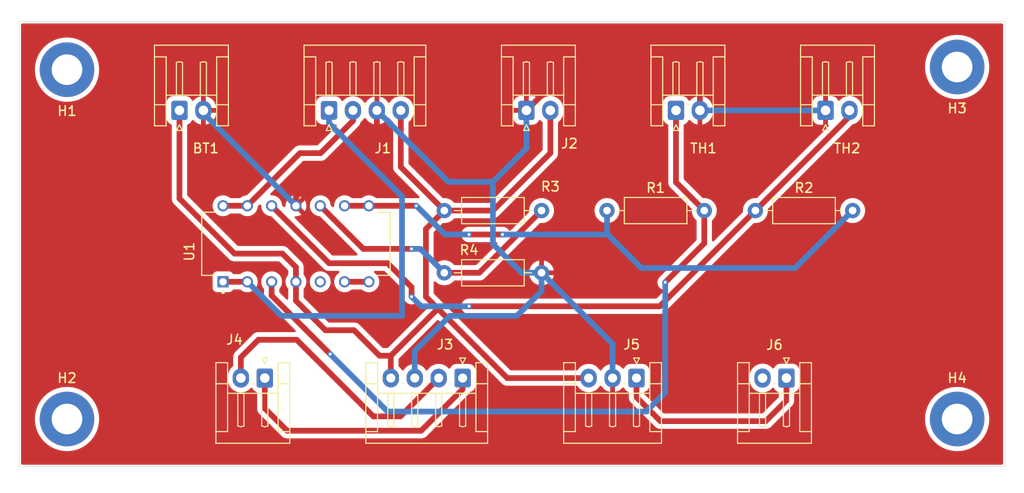
<source format=kicad_pcb>
(kicad_pcb (version 20240108) (generator "pcbnew") (generator_version "8.0")
  (layers (0 "F.Cu" signal) (31 "B.Cu" signal) (34 "B.Paste" user) (35 "F.Paste" user) (36 "B.SilkS" user "B.Silkscreen") (37 "F.SilkS" user "F.Silkscreen") (38 "B.Mask" user) (39 "F.Mask" user) (44 "Edge.Cuts" user))
  (net 0 "")
  (net 1 "GND")
  (net 2 "+12V")
  (net 3 "/OptaI3")
  (net 4 "/OptaI4")
  (net 5 "/Thermo1")
  (net 6 "+5V2")
  (net 7 "/Thermo2")
  (net 8 "+5V1")
  (net 10 "Net-(U1-2IN-)")
  (net 11 "/B")
  (net 12 "/A")
  (net 13 "/Extension")
  (footprint "Resistor_THT:R_Axial_DIN0207_L6.3mm_D2.5mm_P10.16mm_Horizontal" (layer "F.Cu") (at 157.42 80.5)
    (property "Reference" "R4" (at 2.58 -2.37 0) (layer "F.SilkS") (effects (font (thickness 0.16))))
    (property "Value" "15k")
    (fp_line (start 1.04 0) (end 1.81 0) (stroke (width 0.12)) (layer "F.SilkS"))
    (fp_line (start 1.81 -1.37) (end 1.81 1.37) (stroke (width 0.12)) (layer "F.SilkS"))
    (fp_line (start 1.81 1.37) (end 8.35 1.37) (stroke (width 0.12)) (layer "F.SilkS"))
    (fp_line (start 8.35 -1.37) (end 1.81 -1.37) (stroke (width 0.12)) (layer "F.SilkS"))
    (fp_line (start 8.35 1.37) (end 8.35 -1.37) (stroke (width 0.12)) (layer "F.SilkS"))
    (fp_line (start 9.12 0) (end 8.35 0) (stroke (width 0.12)) (layer "F.SilkS"))
    (pad "1" thru_hole circle (at 0 0) (size 1.6 1.6) (drill 0.8) (layers "*.Cu" "*.Mask") (net 8 "+5V1"))
    (pad "2" thru_hole oval (at 10.16 0) (size 1.6 1.6) (drill 0.8) (layers "*.Cu" "*.Mask") (net 1 "GND"))
  )
  (footprint "Connector_JST:JST_EH_S2B-EH_1x02_P2.50mm_Horizontal" (layer "F.Cu") (at 197.25 63.5325)
    (property "Reference" "TH2" (at 2.25 3.9675 0) (layer "F.SilkS") (effects (font (thickness 0.16))))
    (property "Value" "Thermistor")
    (fp_line (start -2.61 -6.81) (end 5.11 -6.81) (stroke (width 0.12)) (layer "F.SilkS"))
    (fp_line (start -2.61 -5.59) (end -1.39 -5.59) (stroke (width 0.12)) (layer "F.SilkS"))
    (fp_line (start -2.61 1.61) (end -2.61 -6.81) (stroke (width 0.12)) (layer "F.SilkS"))
    (fp_line (start -1.39 -5.59) (end -1.39 -0.59) (stroke (width 0.12)) (layer "F.SilkS"))
    (fp_line (start -1.39 -1.59) (end 3.89 -1.59) (stroke (width 0.12)) (layer "F.SilkS"))
    (fp_line (start -1.39 -0.59) (end -2.61 -0.59) (stroke (width 0.12)) (layer "F.SilkS"))
    (fp_line (start -1.39 -0.59) (end -1.39 1.61) (stroke (width 0.12)) (layer "F.SilkS"))
    (fp_line (start -1.39 1.61) (end -2.61 1.61) (stroke (width 0.12)) (layer "F.SilkS"))
    (fp_line (start -0.32 -5.01) (end 0 -5.09) (stroke (width 0.12)) (layer "F.SilkS"))
    (fp_line (start -0.32 -1.59) (end -0.32 -5.01) (stroke (width 0.12)) (layer "F.SilkS"))
    (fp_line (start -0.3 2.1) (end 0.3 2.1) (stroke (width 0.12)) (layer "F.SilkS"))
    (fp_line (start 0 -5.09) (end 0.32 -5.01) (stroke (width 0.12)) (layer "F.SilkS"))
    (fp_line (start 0 -1.59) (end -0.32 -1.59) (stroke (width 0.12)) (layer "F.SilkS"))
    (fp_line (start 0 1.5) (end -0.3 2.1) (stroke (width 0.12)) (layer "F.SilkS"))
    (fp_line (start 0.3 2.1) (end 0 1.5) (stroke (width 0.12)) (layer "F.SilkS"))
    (fp_line (start 0.32 -5.01) (end 0.32 -1.59) (stroke (width 0.12)) (layer "F.SilkS"))
    (fp_line (start 0.32 -1.59) (end 0 -1.59) (stroke (width 0.12)) (layer "F.SilkS"))
    (fp_line (start 1.17 -0.59) (end 1.33 -0.59) (stroke (width 0.12)) (layer "F.SilkS"))
    (fp_line (start 2.18 -5.01) (end 2.5 -5.09) (stroke (width 0.12)) (layer "F.SilkS"))
    (fp_line (start 2.18 -1.59) (end 2.18 -5.01) (stroke (width 0.12)) (layer "F.SilkS"))
    (fp_line (start 2.5 -5.09) (end 2.82 -5.01) (stroke (width 0.12)) (layer "F.SilkS"))
    (fp_line (start 2.5 -1.59) (end 2.18 -1.59) (stroke (width 0.12)) (layer "F.SilkS"))
    (fp_line (start 2.82 -5.01) (end 2.82 -1.59) (stroke (width 0.12)) (layer "F.SilkS"))
    (fp_line (start 2.82 -1.59) (end 2.5 -1.59) (stroke (width 0.12)) (layer "F.SilkS"))
    (fp_line (start 3.89 -5.59) (end 3.89 -0.59) (stroke (width 0.12)) (layer "F.SilkS"))
    (fp_line (start 3.89 -0.59) (end 5.11 -0.59) (stroke (width 0.12)) (layer "F.SilkS"))
    (fp_line (start 3.89 1.61) (end 3.89 -0.59) (stroke (width 0.12)) (layer "F.SilkS"))
    (fp_line (start 5.11 -6.81) (end 5.11 1.61) (stroke (width 0.12)) (layer "F.SilkS"))
    (fp_line (start 5.11 -5.59) (end 3.89 -5.59) (stroke (width 0.12)) (layer "F.SilkS"))
    (fp_line (start 5.11 1.61) (end 3.89 1.61) (stroke (width 0.12)) (layer "F.SilkS"))
    (pad "1" thru_hole roundrect (at 0 0) (size 1.7 2) (drill 1) (layers "*.Cu" "*.Mask") (roundrect_rratio 0.147059) (net 1 "GND"))
    (pad "2" thru_hole oval (at 2.5 0) (size 1.7 2) (drill 1) (layers "*.Cu" "*.Mask") (net 7 "/Thermo2"))
  )
  (footprint "Resistor_THT:R_Axial_DIN0207_L6.3mm_D2.5mm_P10.16mm_Horizontal" (layer "F.Cu") (at 157.42 74)
    (property "Reference" "R3" (at 11.08 -2.5 0) (layer "F.SilkS") (effects (font (thickness 0.16))))
    (property "Value" "21k")
    (fp_line (start 1.04 0) (end 1.81 0) (stroke (width 0.12)) (layer "F.SilkS"))
    (fp_line (start 1.81 -1.37) (end 1.81 1.37) (stroke (width 0.12)) (layer "F.SilkS"))
    (fp_line (start 1.81 1.37) (end 8.35 1.37) (stroke (width 0.12)) (layer "F.SilkS"))
    (fp_line (start 8.35 -1.37) (end 1.81 -1.37) (stroke (width 0.12)) (layer "F.SilkS"))
    (fp_line (start 8.35 1.37) (end 8.35 -1.37) (stroke (width 0.12)) (layer "F.SilkS"))
    (fp_line (start 9.12 0) (end 8.35 0) (stroke (width 0.12)) (layer "F.SilkS"))
    (pad "1" thru_hole circle (at 0 0) (size 1.6 1.6) (drill 0.8) (layers "*.Cu" "*.Mask") (net 2 "+12V"))
    (pad "2" thru_hole oval (at 10.16 0) (size 1.6 1.6) (drill 0.8) (layers "*.Cu" "*.Mask") (net 8 "+5V1"))
  )
  (footprint "Connector_JST:JST_EH_S2B-EH_1x02_P2.50mm_Horizontal" (layer "F.Cu") (at 129.75 63.5325)
    (property "Reference" "BT1" (at 2.75 3.9675 0) (layer "F.SilkS") (effects (font (thickness 0.16))))
    (property "Value" "PowerSupply12V")
    (fp_line (start -2.61 -6.81) (end 5.11 -6.81) (stroke (width 0.12)) (layer "F.SilkS"))
    (fp_line (start -2.61 -5.59) (end -1.39 -5.59) (stroke (width 0.12)) (layer "F.SilkS"))
    (fp_line (start -2.61 1.61) (end -2.61 -6.81) (stroke (width 0.12)) (layer "F.SilkS"))
    (fp_line (start -1.39 -5.59) (end -1.39 -0.59) (stroke (width 0.12)) (layer "F.SilkS"))
    (fp_line (start -1.39 -1.59) (end 3.89 -1.59) (stroke (width 0.12)) (layer "F.SilkS"))
    (fp_line (start -1.39 -0.59) (end -2.61 -0.59) (stroke (width 0.12)) (layer "F.SilkS"))
    (fp_line (start -1.39 -0.59) (end -1.39 1.61) (stroke (width 0.12)) (layer "F.SilkS"))
    (fp_line (start -1.39 1.61) (end -2.61 1.61) (stroke (width 0.12)) (layer "F.SilkS"))
    (fp_line (start -0.32 -5.01) (end 0 -5.09) (stroke (width 0.12)) (layer "F.SilkS"))
    (fp_line (start -0.32 -1.59) (end -0.32 -5.01) (stroke (width 0.12)) (layer "F.SilkS"))
    (fp_line (start -0.3 2.1) (end 0.3 2.1) (stroke (width 0.12)) (layer "F.SilkS"))
    (fp_line (start 0 -5.09) (end 0.32 -5.01) (stroke (width 0.12)) (layer "F.SilkS"))
    (fp_line (start 0 -1.59) (end -0.32 -1.59) (stroke (width 0.12)) (layer "F.SilkS"))
    (fp_line (start 0 1.5) (end -0.3 2.1) (stroke (width 0.12)) (layer "F.SilkS"))
    (fp_line (start 0.3 2.1) (end 0 1.5) (stroke (width 0.12)) (layer "F.SilkS"))
    (fp_line (start 0.32 -5.01) (end 0.32 -1.59) (stroke (width 0.12)) (layer "F.SilkS"))
    (fp_line (start 0.32 -1.59) (end 0 -1.59) (stroke (width 0.12)) (layer "F.SilkS"))
    (fp_line (start 1.17 -0.59) (end 1.33 -0.59) (stroke (width 0.12)) (layer "F.SilkS"))
    (fp_line (start 2.18 -5.01) (end 2.5 -5.09) (stroke (width 0.12)) (layer "F.SilkS"))
    (fp_line (start 2.18 -1.59) (end 2.18 -5.01) (stroke (width 0.12)) (layer "F.SilkS"))
    (fp_line (start 2.5 -5.09) (end 2.82 -5.01) (stroke (width 0.12)) (layer "F.SilkS"))
    (fp_line (start 2.5 -1.59) (end 2.18 -1.59) (stroke (width 0.12)) (layer "F.SilkS"))
    (fp_line (start 2.82 -5.01) (end 2.82 -1.59) (stroke (width 0.12)) (layer "F.SilkS"))
    (fp_line (start 2.82 -1.59) (end 2.5 -1.59) (stroke (width 0.12)) (layer "F.SilkS"))
    (fp_line (start 3.89 -5.59) (end 3.89 -0.59) (stroke (width 0.12)) (layer "F.SilkS"))
    (fp_line (start 3.89 -0.59) (end 5.11 -0.59) (stroke (width 0.12)) (layer "F.SilkS"))
    (fp_line (start 3.89 1.61) (end 3.89 -0.59) (stroke (width 0.12)) (layer "F.SilkS"))
    (fp_line (start 5.11 -6.81) (end 5.11 1.61) (stroke (width 0.12)) (layer "F.SilkS"))
    (fp_line (start 5.11 -5.59) (end 3.89 -5.59) (stroke (width 0.12)) (layer "F.SilkS"))
    (fp_line (start 5.11 1.61) (end 3.89 1.61) (stroke (width 0.12)) (layer "F.SilkS"))
    (pad "1" thru_hole roundrect (at 0 0) (size 1.7 2) (drill 1) (layers "*.Cu" "*.Mask") (roundrect_rratio 0.147059) (net 2 "+12V"))
    (pad "2" thru_hole oval (at 2.5 0) (size 1.7 2) (drill 1) (layers "*.Cu" "*.Mask") (net 1 "GND"))
  )
  (footprint "Resistor_THT:R_Axial_DIN0207_L6.3mm_D2.5mm_P10.16mm_Horizontal" (layer "F.Cu") (at 174.42 74)
    (property "Reference" "R1" (at 5.08 -2.37 0) (layer "F.SilkS") (effects (font (thickness 0.16))))
    (property "Value" "3k")
    (fp_line (start 1.04 0) (end 1.81 0) (stroke (width 0.12)) (layer "F.SilkS"))
    (fp_line (start 1.81 -1.37) (end 1.81 1.37) (stroke (width 0.12)) (layer "F.SilkS"))
    (fp_line (start 1.81 1.37) (end 8.35 1.37) (stroke (width 0.12)) (layer "F.SilkS"))
    (fp_line (start 8.35 -1.37) (end 1.81 -1.37) (stroke (width 0.12)) (layer "F.SilkS"))
    (fp_line (start 8.35 1.37) (end 8.35 -1.37) (stroke (width 0.12)) (layer "F.SilkS"))
    (fp_line (start 9.12 0) (end 8.35 0) (stroke (width 0.12)) (layer "F.SilkS"))
    (pad "1" thru_hole circle (at 0 0) (size 1.6 1.6) (drill 0.8) (layers "*.Cu" "*.Mask") (net 6 "+5V2"))
    (pad "2" thru_hole oval (at 10.16 0) (size 1.6 1.6) (drill 0.8) (layers "*.Cu" "*.Mask") (net 5 "/Thermo1"))
  )
  (footprint "Connector_JST:JST_EH_S4B-EH_1x04_P2.50mm_Horizontal" (layer "F.Cu") (at 145.375 63.5325)
    (property "Reference" "J1" (at 5.625 3.9675 0) (layer "F.SilkS") (effects (font (thickness 0.16))))
    (property "Value" "ArduinoOpta")
    (fp_line (start -2.61 -6.81) (end 10.11 -6.81) (stroke (width 0.12)) (layer "F.SilkS"))
    (fp_line (start -2.61 -5.59) (end -1.39 -5.59) (stroke (width 0.12)) (layer "F.SilkS"))
    (fp_line (start -2.61 1.61) (end -2.61 -6.81) (stroke (width 0.12)) (layer "F.SilkS"))
    (fp_line (start -1.39 -5.59) (end -1.39 -0.59) (stroke (width 0.12)) (layer "F.SilkS"))
    (fp_line (start -1.39 -1.59) (end 8.89 -1.59) (stroke (width 0.12)) (layer "F.SilkS"))
    (fp_line (start -1.39 -0.59) (end -2.61 -0.59) (stroke (width 0.12)) (layer "F.SilkS"))
    (fp_line (start -1.39 -0.59) (end -1.39 1.61) (stroke (width 0.12)) (layer "F.SilkS"))
    (fp_line (start -1.39 1.61) (end -2.61 1.61) (stroke (width 0.12)) (layer "F.SilkS"))
    (fp_line (start -0.32 -5.01) (end 0 -5.09) (stroke (width 0.12)) (layer "F.SilkS"))
    (fp_line (start -0.32 -1.59) (end -0.32 -5.01) (stroke (width 0.12)) (layer "F.SilkS"))
    (fp_line (start -0.3 2.1) (end 0.3 2.1) (stroke (width 0.12)) (layer "F.SilkS"))
    (fp_line (start 0 -5.09) (end 0.32 -5.01) (stroke (width 0.12)) (layer "F.SilkS"))
    (fp_line (start 0 -1.59) (end -0.32 -1.59) (stroke (width 0.12)) (layer "F.SilkS"))
    (fp_line (start 0 1.5) (end -0.3 2.1) (stroke (width 0.12)) (layer "F.SilkS"))
    (fp_line (start 0.3 2.1) (end 0 1.5) (stroke (width 0.12)) (layer "F.SilkS"))
    (fp_line (start 0.32 -5.01) (end 0.32 -1.59) (stroke (width 0.12)) (layer "F.SilkS"))
    (fp_line (start 0.32 -1.59) (end 0 -1.59) (stroke (width 0.12)) (layer "F.SilkS"))
    (fp_line (start 1.17 -0.59) (end 1.33 -0.59) (stroke (width 0.12)) (layer "F.SilkS"))
    (fp_line (start 2.18 -5.01) (end 2.5 -5.09) (stroke (width 0.12)) (layer "F.SilkS"))
    (fp_line (start 2.18 -1.59) (end 2.18 -5.01) (stroke (width 0.12)) (layer "F.SilkS"))
    (fp_line (start 2.5 -5.09) (end 2.82 -5.01) (stroke (width 0.12)) (layer "F.SilkS"))
    (fp_line (start 2.5 -1.59) (end 2.18 -1.59) (stroke (width 0.12)) (layer "F.SilkS"))
    (fp_line (start 2.82 -5.01) (end 2.82 -1.59) (stroke (width 0.12)) (layer "F.SilkS"))
    (fp_line (start 2.82 -1.59) (end 2.5 -1.59) (stroke (width 0.12)) (layer "F.SilkS"))
    (fp_line (start 3.67 -0.59) (end 3.83 -0.59) (stroke (width 0.12)) (layer "F.SilkS"))
    (fp_line (start 4.68 -5.01) (end 5 -5.09) (stroke (width 0.12)) (layer "F.SilkS"))
    (fp_line (start 4.68 -1.59) (end 4.68 -5.01) (stroke (width 0.12)) (layer "F.SilkS"))
    (fp_line (start 5 -5.09) (end 5.32 -5.01) (stroke (width 0.12)) (layer "F.SilkS"))
    (fp_line (start 5 -1.59) (end 4.68 -1.59) (stroke (width 0.12)) (layer "F.SilkS"))
    (fp_line (start 5.32 -5.01) (end 5.32 -1.59) (stroke (width 0.12)) (layer "F.SilkS"))
    (fp_line (start 5.32 -1.59) (end 5 -1.59) (stroke (width 0.12)) (layer "F.SilkS"))
    (fp_line (start 6.17 -0.59) (end 6.33 -0.59) (stroke (width 0.12)) (layer "F.SilkS"))
    (fp_line (start 7.18 -5.01) (end 7.5 -5.09) (stroke (width 0.12)) (layer "F.SilkS"))
    (fp_line (start 7.18 -1.59) (end 7.18 -5.01) (stroke (width 0.12)) (layer "F.SilkS"))
    (fp_line (start 7.5 -5.09) (end 7.82 -5.01) (stroke (width 0.12)) (layer "F.SilkS"))
    (fp_line (start 7.5 -1.59) (end 7.18 -1.59) (stroke (width 0.12)) (layer "F.SilkS"))
    (fp_line (start 7.82 -5.01) (end 7.82 -1.59) (stroke (width 0.12)) (layer "F.SilkS"))
    (fp_line (start 7.82 -1.59) (end 7.5 -1.59) (stroke (width 0.12)) (layer "F.SilkS"))
    (fp_line (start 8.89 -5.59) (end 8.89 -0.59) (stroke (width 0.12)) (layer "F.SilkS"))
    (fp_line (start 8.89 -0.59) (end 10.11 -0.59) (stroke (width 0.12)) (layer "F.SilkS"))
    (fp_line (start 8.89 1.61) (end 8.89 -0.59) (stroke (width 0.12)) (layer "F.SilkS"))
    (fp_line (start 10.11 -6.81) (end 10.11 1.61) (stroke (width 0.12)) (layer "F.SilkS"))
    (fp_line (start 10.11 -5.59) (end 8.89 -5.59) (stroke (width 0.12)) (layer "F.SilkS"))
    (fp_line (start 10.11 1.61) (end 8.89 1.61) (stroke (width 0.12)) (layer "F.SilkS"))
    (pad "1" thru_hole roundrect (at 0 0) (size 1.7 1.95) (drill 0.95) (layers "*.Cu" "*.Mask") (roundrect_rratio 0.147059) (net 4 "/OptaI4"))
    (pad "2" thru_hole oval (at 2.5 0) (size 1.7 1.95) (drill 0.95) (layers "*.Cu" "*.Mask") (net 3 "/OptaI3"))
    (pad "3" thru_hole oval (at 5 0) (size 1.7 1.95) (drill 0.95) (layers "*.Cu" "*.Mask") (net 1 "GND"))
    (pad "4" thru_hole oval (at 7.5 0) (size 1.7 1.95) (drill 0.95) (layers "*.Cu" "*.Mask") (net 2 "+12V"))
  )
  (footprint "Connector_JST:JST_EH_S2B-EH_1x02_P2.50mm_Horizontal" (layer "F.Cu") (at 138.666668 91.5 180)
    (property "Reference" "J4" (at 3.166668 4 0) (layer "F.SilkS") (effects (font (thickness 0.16))))
    (property "Value" "Lien Opta-capteur")
    (fp_line (start 5.11 1.61) (end 3.89 1.61) (stroke (width 0.12)) (layer "F.SilkS"))
    (fp_line (start 5.11 -5.59) (end 3.89 -5.59) (stroke (width 0.12)) (layer "F.SilkS"))
    (fp_line (start 5.11 -6.81) (end 5.11 1.61) (stroke (width 0.12)) (layer "F.SilkS"))
    (fp_line (start 3.89 1.61) (end 3.89 -0.59) (stroke (width 0.12)) (layer "F.SilkS"))
    (fp_line (start 3.89 -0.59) (end 5.11 -0.59) (stroke (width 0.12)) (layer "F.SilkS"))
    (fp_line (start 3.89 -5.59) (end 3.89 -0.59) (stroke (width 0.12)) (layer "F.SilkS"))
    (fp_line (start 2.82 -1.59) (end 2.5 -1.59) (stroke (width 0.12)) (layer "F.SilkS"))
    (fp_line (start 2.82 -5.01) (end 2.82 -1.59) (stroke (width 0.12)) (layer "F.SilkS"))
    (fp_line (start 2.5 -1.59) (end 2.18 -1.59) (stroke (width 0.12)) (layer "F.SilkS"))
    (fp_line (start 2.5 -5.09) (end 2.82 -5.01) (stroke (width 0.12)) (layer "F.SilkS"))
    (fp_line (start 2.18 -1.59) (end 2.18 -5.01) (stroke (width 0.12)) (layer "F.SilkS"))
    (fp_line (start 2.18 -5.01) (end 2.5 -5.09) (stroke (width 0.12)) (layer "F.SilkS"))
    (fp_line (start 1.17 -0.59) (end 1.33 -0.59) (stroke (width 0.12)) (layer "F.SilkS"))
    (fp_line (start 0.32 -1.59) (end 0 -1.59) (stroke (width 0.12)) (layer "F.SilkS"))
    (fp_line (start 0.32 -5.01) (end 0.32 -1.59) (stroke (width 0.12)) (layer "F.SilkS"))
    (fp_line (start 0.3 2.1) (end 0 1.5) (stroke (width 0.12)) (layer "F.SilkS"))
    (fp_line (start 0 1.5) (end -0.3 2.1) (stroke (width 0.12)) (layer "F.SilkS"))
    (fp_line (start 0 -1.59) (end -0.32 -1.59) (stroke (width 0.12)) (layer "F.SilkS"))
    (fp_line (start 0 -5.09) (end 0.32 -5.01) (stroke (width 0.12)) (layer "F.SilkS"))
    (fp_line (start -0.3 2.1) (end 0.3 2.1) (stroke (width 0.12)) (layer "F.SilkS"))
    (fp_line (start -0.32 -1.59) (end -0.32 -5.01) (stroke (width 0.12)) (layer "F.SilkS"))
    (fp_line (start -0.32 -5.01) (end 0 -5.09) (stroke (width 0.12)) (layer "F.SilkS"))
    (fp_line (start -1.39 1.61) (end -2.61 1.61) (stroke (width 0.12)) (layer "F.SilkS"))
    (fp_line (start -1.39 -0.59) (end -1.39 1.61) (stroke (width 0.12)) (layer "F.SilkS"))
    (fp_line (start -1.39 -0.59) (end -2.61 -0.59) (stroke (width 0.12)) (layer "F.SilkS"))
    (fp_line (start -1.39 -1.59) (end 3.89 -1.59) (stroke (width 0.12)) (layer "F.SilkS"))
    (fp_line (start -1.39 -5.59) (end -1.39 -0.59) (stroke (width 0.12)) (layer "F.SilkS"))
    (fp_line (start -2.61 1.61) (end -2.61 -6.81) (stroke (width 0.12)) (layer "F.SilkS"))
    (fp_line (start -2.61 -5.59) (end -1.39 -5.59) (stroke (width 0.12)) (layer "F.SilkS"))
    (fp_line (start -2.61 -6.81) (end 5.11 -6.81) (stroke (width 0.12)) (layer "F.SilkS"))
    (pad "1" thru_hole roundrect (at 0 0 180) (size 1.7 2) (drill 1) (layers "*.Cu" "*.Mask") (roundrect_rratio 0.147059) (net 11 "/B"))
    (pad "2" thru_hole oval (at 2.5 0 180) (size 1.7 2) (drill 1) (layers "*.Cu" "*.Mask") (net 12 "/A"))
  )
  (footprint "AmpliOp:DIP794W45P254L1969H508Q14" (layer "F.Cu") (at 141.92 77.47 90)
    (property "Reference" "U1" (at -0.825 -11.135 90) (layer "F.SilkS") (effects (font (thickness 0.16))))
    (property "Value" "LM324N")
    (fp_line (start 3.3 -9.845) (end 3.3 -8.525) (stroke (width 0.127)) (layer "F.SilkS"))
    (fp_line (start -3.3 -9.845) (end 3.3 -9.845) (stroke (width 0.127)) (layer "F.SilkS"))
    (fp_line (start -3.3 -8.525) (end -3.3 -9.845) (stroke (width 0.127)) (layer "F.SilkS"))
    (fp_line (start 3.3 8.525) (end 3.3 9.845) (stroke (width 0.127)) (layer "F.SilkS"))
    (fp_line (start 3.3 9.845) (end -3.3 9.845) (stroke (width 0.127)) (layer "F.SilkS"))
    (fp_line (start -3.3 9.845) (end -3.3 8.525) (stroke (width 0.127)) (layer "F.SilkS"))
    (fp_circle (center -5.055 -7.62) (end -4.955 -7.62) (stroke (width 0.2)) (fill none) (layer "F.SilkS"))
    (pad "1" thru_hole rect (at -3.97 -7.62 90) (size 1.17 1.17) (drill 0.77) (layers "*.Cu" "*.Mask") (net 4 "/OptaI4"))
    (pad "2" thru_hole circle (at -3.97 -5.08 90) (size 1.17 1.17) (drill 0.77) (layers "*.Cu" "*.Mask") (net 4 "/OptaI4"))
    (pad "3" thru_hole circle (at -3.97 -2.54 90) (size 1.17 1.17) (drill 0.77) (layers "*.Cu" "*.Mask") (net 5 "/Thermo1"))
    (pad "4" thru_hole circle (at -3.97 0 90) (size 1.17 1.17) (drill 0.77) (layers "*.Cu" "*.Mask") (net 2 "+12V"))
    (pad "5" thru_hole circle (at -3.97 2.54 90) (size 1.17 1.17) (drill 0.77) (layers "*.Cu" "*.Mask"))
    (pad "6" thru_hole circle (at -3.97 5.08 90) (size 1.17 1.17) (drill 0.77) (layers "*.Cu" "*.Mask") (net 10 "Net-(U1-2IN-)"))
    (pad "7" thru_hole circle (at -3.97 7.62 90) (size 1.17 1.17) (drill 0.77) (layers "*.Cu" "*.Mask") (net 10 "Net-(U1-2IN-)"))
    (pad "8" thru_hole circle (at 3.97 7.62 90) (size 1.17 1.17) (drill 0.77) (layers "*.Cu" "*.Mask") (net 6 "+5V2"))
    (pad "9" thru_hole circle (at 3.97 5.08 90) (size 1.17 1.17) (drill 0.77) (layers "*.Cu" "*.Mask") (net 6 "+5V2"))
    (pad "10" thru_hole circle (at 3.97 2.54 90) (size 1.17 1.17) (drill 0.77) (layers "*.Cu" "*.Mask") (net 8 "+5V1"))
    (pad "11" thru_hole circle (at 3.97 0 90) (size 1.17 1.17) (drill 0.77) (layers "*.Cu" "*.Mask") (net 1 "GND"))
    (pad "12" thru_hole circle (at 3.97 -2.54 90) (size 1.17 1.17) (drill 0.77) (layers "*.Cu" "*.Mask") (net 7 "/Thermo2"))
    (pad "13" thru_hole circle (at 3.97 -5.08 90) (size 1.17 1.17) (drill 0.77) (layers "*.Cu" "*.Mask") (net 3 "/OptaI3"))
    (pad "14" thru_hole circle (at 3.97 -7.62 90) (size 1.17 1.17) (drill 0.77) (layers "*.Cu" "*.Mask") (net 3 "/OptaI3"))
  )
  (footprint "Connector_JST:JST_EH_S4B-EH_1x04_P2.50mm_Horizontal" (layer "F.Cu") (at 159.333334 91.5 180)
    (property "Reference" "J3" (at 1.833334 3.5 0) (layer "F.SilkS") (effects (font (thickness 0.16))))
    (property "Value" "Capteur Humid.+Temp.")
    (fp_line (start 10.11 1.61) (end 8.89 1.61) (stroke (width 0.12)) (layer "F.SilkS"))
    (fp_line (start 10.11 -5.59) (end 8.89 -5.59) (stroke (width 0.12)) (layer "F.SilkS"))
    (fp_line (start 10.11 -6.81) (end 10.11 1.61) (stroke (width 0.12)) (layer "F.SilkS"))
    (fp_line (start 8.89 1.61) (end 8.89 -0.59) (stroke (width 0.12)) (layer "F.SilkS"))
    (fp_line (start 8.89 -0.59) (end 10.11 -0.59) (stroke (width 0.12)) (layer "F.SilkS"))
    (fp_line (start 8.89 -5.59) (end 8.89 -0.59) (stroke (width 0.12)) (layer "F.SilkS"))
    (fp_line (start 7.82 -1.59) (end 7.5 -1.59) (stroke (width 0.12)) (layer "F.SilkS"))
    (fp_line (start 7.82 -5.01) (end 7.82 -1.59) (stroke (width 0.12)) (layer "F.SilkS"))
    (fp_line (start 7.5 -1.59) (end 7.18 -1.59) (stroke (width 0.12)) (layer "F.SilkS"))
    (fp_line (start 7.5 -5.09) (end 7.82 -5.01) (stroke (width 0.12)) (layer "F.SilkS"))
    (fp_line (start 7.18 -1.59) (end 7.18 -5.01) (stroke (width 0.12)) (layer "F.SilkS"))
    (fp_line (start 7.18 -5.01) (end 7.5 -5.09) (stroke (width 0.12)) (layer "F.SilkS"))
    (fp_line (start 6.17 -0.59) (end 6.33 -0.59) (stroke (width 0.12)) (layer "F.SilkS"))
    (fp_line (start 5.32 -1.59) (end 5 -1.59) (stroke (width 0.12)) (layer "F.SilkS"))
    (fp_line (start 5.32 -5.01) (end 5.32 -1.59) (stroke (width 0.12)) (layer "F.SilkS"))
    (fp_line (start 5 -1.59) (end 4.68 -1.59) (stroke (width 0.12)) (layer "F.SilkS"))
    (fp_line (start 5 -5.09) (end 5.32 -5.01) (stroke (width 0.12)) (layer "F.SilkS"))
    (fp_line (start 4.68 -1.59) (end 4.68 -5.01) (stroke (width 0.12)) (layer "F.SilkS"))
    (fp_line (start 4.68 -5.01) (end 5 -5.09) (stroke (width 0.12)) (layer "F.SilkS"))
    (fp_line (start 3.67 -0.59) (end 3.83 -0.59) (stroke (width 0.12)) (layer "F.SilkS"))
    (fp_line (start 2.82 -1.59) (end 2.5 -1.59) (stroke (width 0.12)) (layer "F.SilkS"))
    (fp_line (start 2.82 -5.01) (end 2.82 -1.59) (stroke (width 0.12)) (layer "F.SilkS"))
    (fp_line (start 2.5 -1.59) (end 2.18 -1.59) (stroke (width 0.12)) (layer "F.SilkS"))
    (fp_line (start 2.5 -5.09) (end 2.82 -5.01) (stroke (width 0.12)) (layer "F.SilkS"))
    (fp_line (start 2.18 -1.59) (end 2.18 -5.01) (stroke (width 0.12)) (layer "F.SilkS"))
    (fp_line (start 2.18 -5.01) (end 2.5 -5.09) (stroke (width 0.12)) (layer "F.SilkS"))
    (fp_line (start 1.17 -0.59) (end 1.33 -0.59) (stroke (width 0.12)) (layer "F.SilkS"))
    (fp_line (start 0.32 -1.59) (end 0 -1.59) (stroke (width 0.12)) (layer "F.SilkS"))
    (fp_line (start 0.32 -5.01) (end 0.32 -1.59) (stroke (width 0.12)) (layer "F.SilkS"))
    (fp_line (start 0.3 2.1) (end 0 1.5) (stroke (width 0.12)) (layer "F.SilkS"))
    (fp_line (start 0 1.5) (end -0.3 2.1) (stroke (width 0.12)) (layer "F.SilkS"))
    (fp_line (start 0 -1.59) (end -0.32 -1.59) (stroke (width 0.12)) (layer "F.SilkS"))
    (fp_line (start 0 -5.09) (end 0.32 -5.01) (stroke (width 0.12)) (layer "F.SilkS"))
    (fp_line (start -0.3 2.1) (end 0.3 2.1) (stroke (width 0.12)) (layer "F.SilkS"))
    (fp_line (start -0.32 -1.59) (end -0.32 -5.01) (stroke (width 0.12)) (layer "F.SilkS"))
    (fp_line (start -0.32 -5.01) (end 0 -5.09) (stroke (width 0.12)) (layer "F.SilkS"))
    (fp_line (start -1.39 1.61) (end -2.61 1.61) (stroke (width 0.12)) (layer "F.SilkS"))
    (fp_line (start -1.39 -0.59) (end -1.39 1.61) (stroke (width 0.12)) (layer "F.SilkS"))
    (fp_line (start -1.39 -0.59) (end -2.61 -0.59) (stroke (width 0.12)) (layer "F.SilkS"))
    (fp_line (start -1.39 -1.59) (end 8.89 -1.59) (stroke (width 0.12)) (layer "F.SilkS"))
    (fp_line (start -1.39 -5.59) (end -1.39 -0.59) (stroke (width 0.12)) (layer "F.SilkS"))
    (fp_line (start -2.61 1.61) (end -2.61 -6.81) (stroke (width 0.12)) (layer "F.SilkS"))
    (fp_line (start -2.61 -5.59) (end -1.39 -5.59) (stroke (width 0.12)) (layer "F.SilkS"))
    (fp_line (start -2.61 -6.81) (end 10.11 -6.81) (stroke (width 0.12)) (layer "F.SilkS"))
    (pad "1" thru_hole roundrect (at 0 0 180) (size 1.7 1.95) (drill 0.95) (layers "*.Cu" "*.Mask") (roundrect_rratio 0.147059) (net 11 "/B"))
    (pad "2" thru_hole oval (at 2.5 0 180) (size 1.7 1.95) (drill 0.95) (layers "*.Cu" "*.Mask") (net 12 "/A"))
    (pad "3" thru_hole oval (at 5 0 180) (size 1.7 1.95) (drill 0.95) (layers "*.Cu" "*.Mask") (net 1 "GND"))
    (pad "4" thru_hole oval (at 7.5 0 180) (size 1.7 1.95) (drill 0.95) (layers "*.Cu" "*.Mask") (net 2 "+12V"))
  )
  (footprint "MountingHole:MountingHole" (layer "F.Cu") (at 211 100.0965)
    (property "Reference" "H4" (at 0 -8.5965 0) (layer "F.SilkS") (effects (font (thickness 0.16))))
    (property "Value" "MountingHole")
    (pad "" thru_hole circle (at 0 -4.318) (size 5.7 5.7) (drill 3.2) (layers "*.Cu" "*.Mask"))
  )
  (footprint "Connector_JST:JST_EH_S2B-EH_1x02_P2.50mm_Horizontal" (layer "F.Cu") (at 193.166668 91.5 180)
    (property "Reference" "J6" (at 1.25 3.4675 0) (layer "F.SilkS") (effects (font (thickness 0.16))))
    (property "Value" "Lien Extension-debitmetre")
    (fp_line (start 5.11 1.61) (end 3.89 1.61) (stroke (width 0.12)) (layer "F.SilkS"))
    (fp_line (start 5.11 -5.59) (end 3.89 -5.59) (stroke (width 0.12)) (layer "F.SilkS"))
    (fp_line (start 5.11 -6.81) (end 5.11 1.61) (stroke (width 0.12)) (layer "F.SilkS"))
    (fp_line (start 3.89 1.61) (end 3.89 -0.59) (stroke (width 0.12)) (layer "F.SilkS"))
    (fp_line (start 3.89 -0.59) (end 5.11 -0.59) (stroke (width 0.12)) (layer "F.SilkS"))
    (fp_line (start 3.89 -5.59) (end 3.89 -0.59) (stroke (width 0.12)) (layer "F.SilkS"))
    (fp_line (start 2.82 -1.59) (end 2.5 -1.59) (stroke (width 0.12)) (layer "F.SilkS"))
    (fp_line (start 2.82 -5.01) (end 2.82 -1.59) (stroke (width 0.12)) (layer "F.SilkS"))
    (fp_line (start 2.5 -1.59) (end 2.18 -1.59) (stroke (width 0.12)) (layer "F.SilkS"))
    (fp_line (start 2.5 -5.09) (end 2.82 -5.01) (stroke (width 0.12)) (layer "F.SilkS"))
    (fp_line (start 2.18 -1.59) (end 2.18 -5.01) (stroke (width 0.12)) (layer "F.SilkS"))
    (fp_line (start 2.18 -5.01) (end 2.5 -5.09) (stroke (width 0.12)) (layer "F.SilkS"))
    (fp_line (start 1.17 -0.59) (end 1.33 -0.59) (stroke (width 0.12)) (layer "F.SilkS"))
    (fp_line (start 0.32 -1.59) (end 0 -1.59) (stroke (width 0.12)) (layer "F.SilkS"))
    (fp_line (start 0.32 -5.01) (end 0.32 -1.59) (stroke (width 0.12)) (layer "F.SilkS"))
    (fp_line (start 0.3 2.1) (end 0 1.5) (stroke (width 0.12)) (layer "F.SilkS"))
    (fp_line (start 0 1.5) (end -0.3 2.1) (stroke (width 0.12)) (layer "F.SilkS"))
    (fp_line (start 0 -1.59) (end -0.32 -1.59) (stroke (width 0.12)) (layer "F.SilkS"))
    (fp_line (start 0 -5.09) (end 0.32 -5.01) (stroke (width 0.12)) (layer "F.SilkS"))
    (fp_line (start -0.3 2.1) (end 0.3 2.1) (stroke (width 0.12)) (layer "F.SilkS"))
    (fp_line (start -0.32 -1.59) (end -0.32 -5.01) (stroke (width 0.12)) (layer "F.SilkS"))
    (fp_line (start -0.32 -5.01) (end 0 -5.09) (stroke (width 0.12)) (layer "F.SilkS"))
    (fp_line (start -1.39 1.61) (end -2.61 1.61) (stroke (width 0.12)) (layer "F.SilkS"))
    (fp_line (start -1.39 -0.59) (end -1.39 1.61) (stroke (width 0.12)) (layer "F.SilkS"))
    (fp_line (start -1.39 -0.59) (end -2.61 -0.59) (stroke (width 0.12)) (layer "F.SilkS"))
    (fp_line (start -1.39 -1.59) (end 3.89 -1.59) (stroke (width 0.12)) (layer "F.SilkS"))
    (fp_line (start -1.39 -5.59) (end -1.39 -0.59) (stroke (width 0.12)) (layer "F.SilkS"))
    (fp_line (start -2.61 1.61) (end -2.61 -6.81) (stroke (width 0.12)) (layer "F.SilkS"))
    (fp_line (start -2.61 -5.59) (end -1.39 -5.59) (stroke (width 0.12)) (layer "F.SilkS"))
    (fp_line (start -2.61 -6.81) (end 5.11 -6.81) (stroke (width 0.12)) (layer "F.SilkS"))
    (pad "1" thru_hole roundrect (at 0 0 180) (size 1.7 2) (drill 1) (layers "*.Cu" "*.Mask") (roundrect_rratio 0.147059) (net 13 "/Extension"))
    (pad "2" thru_hole oval (at 2.5 0 180) (size 1.7 2) (drill 1) (layers "*.Cu" "*.Mask"))
  )
  (footprint "Resistor_THT:R_Axial_DIN0207_L6.3mm_D2.5mm_P10.16mm_Horizontal" (layer "F.Cu") (at 189.92 74)
    (property "Reference" "R2" (at 5.08 -2.37 0) (layer "F.SilkS") (effects (font (thickness 0.16))))
    (property "Value" "3k")
    (fp_line (start 1.04 0) (end 1.81 0) (stroke (width 0.12)) (layer "F.SilkS"))
    (fp_line (start 1.81 -1.37) (end 1.81 1.37) (stroke (width 0.12)) (layer "F.SilkS"))
    (fp_line (start 1.81 1.37) (end 8.35 1.37) (stroke (width 0.12)) (layer "F.SilkS"))
    (fp_line (start 8.35 -1.37) (end 1.81 -1.37) (stroke (width 0.12)) (layer "F.SilkS"))
    (fp_line (start 8.35 1.37) (end 8.35 -1.37) (stroke (width 0.12)) (layer "F.SilkS"))
    (fp_line (start 9.12 0) (end 8.35 0) (stroke (width 0.12)) (layer "F.SilkS"))
    (pad "1" thru_hole circle (at 0 0) (size 1.6 1.6) (drill 0.8) (layers "*.Cu" "*.Mask") (net 7 "/Thermo2"))
    (pad "2" thru_hole oval (at 10.16 0) (size 1.6 1.6) (drill 0.8) (layers "*.Cu" "*.Mask") (net 6 "+5V2"))
  )
  (footprint "MountingHole:MountingHole" (layer "F.Cu") (at 118 100.0965)
    (property "Reference" "H2" (at 0 -8.5965 0) (layer "F.SilkS") (effects (font (thickness 0.16))))
    (property "Value" "MountingHole")
    (pad "" thru_hole circle (at 0 -4.318) (size 5.7 5.7) (drill 3.2) (layers "*.Cu" "*.Mask"))
  )
  (footprint "Connector_JST:JST_EH_S3B-EH_1x03_P2.50mm_Horizontal" (layer "F.Cu") (at 177.5 91.5 180)
    (property "Reference" "J5" (at 0.5 3.5 0) (layer "F.SilkS") (effects (font (thickness 0.16))))
    (property "Value" "Debitmetre")
    (fp_line (start 7.61 1.61) (end 6.39 1.61) (stroke (width 0.12)) (layer "F.SilkS"))
    (fp_line (start 7.61 -5.59) (end 6.39 -5.59) (stroke (width 0.12)) (layer "F.SilkS"))
    (fp_line (start 7.61 -6.81) (end 7.61 1.61) (stroke (width 0.12)) (layer "F.SilkS"))
    (fp_line (start 6.39 1.61) (end 6.39 -0.59) (stroke (width 0.12)) (layer "F.SilkS"))
    (fp_line (start 6.39 -0.59) (end 7.61 -0.59) (stroke (width 0.12)) (layer "F.SilkS"))
    (fp_line (start 6.39 -5.59) (end 6.39 -0.59) (stroke (width 0.12)) (layer "F.SilkS"))
    (fp_line (start 5.32 -1.59) (end 5 -1.59) (stroke (width 0.12)) (layer "F.SilkS"))
    (fp_line (start 5.32 -5.01) (end 5.32 -1.59) (stroke (width 0.12)) (layer "F.SilkS"))
    (fp_line (start 5 -1.59) (end 4.68 -1.59) (stroke (width 0.12)) (layer "F.SilkS"))
    (fp_line (start 5 -5.09) (end 5.32 -5.01) (stroke (width 0.12)) (layer "F.SilkS"))
    (fp_line (start 4.68 -1.59) (end 4.68 -5.01) (stroke (width 0.12)) (layer "F.SilkS"))
    (fp_line (start 4.68 -5.01) (end 5 -5.09) (stroke (width 0.12)) (layer "F.SilkS"))
    (fp_line (start 3.67 -0.59) (end 3.83 -0.59) (stroke (width 0.12)) (layer "F.SilkS"))
    (fp_line (start 2.82 -1.59) (end 2.5 -1.59) (stroke (width 0.12)) (layer "F.SilkS"))
    (fp_line (start 2.82 -5.01) (end 2.82 -1.59) (stroke (width 0.12)) (layer "F.SilkS"))
    (fp_line (start 2.5 -1.59) (end 2.18 -1.59) (stroke (width 0.12)) (layer "F.SilkS"))
    (fp_line (start 2.5 -5.09) (end 2.82 -5.01) (stroke (width 0.12)) (layer "F.SilkS"))
    (fp_line (start 2.18 -1.59) (end 2.18 -5.01) (stroke (width 0.12)) (layer "F.SilkS"))
    (fp_line (start 2.18 -5.01) (end 2.5 -5.09) (stroke (width 0.12)) (layer "F.SilkS"))
    (fp_line (start 1.17 -0.59) (end 1.33 -0.59) (stroke (width 0.12)) (layer "F.SilkS"))
    (fp_line (start 0.32 -1.59) (end 0 -1.59) (stroke (width 0.12)) (layer "F.SilkS"))
    (fp_line (start 0.32 -5.01) (end 0.32 -1.59) (stroke (width 0.12)) (layer "F.SilkS"))
    (fp_line (start 0.3 2.1) (end 0 1.5) (stroke (width 0.12)) (layer "F.SilkS"))
    (fp_line (start 0 1.5) (end -0.3 2.1) (stroke (width 0.12)) (layer "F.SilkS"))
    (fp_line (start 0 -1.59) (end -0.32 -1.59) (stroke (width 0.12)) (layer "F.SilkS"))
    (fp_line (start 0 -5.09) (end 0.32 -5.01) (stroke (width 0.12)) (layer "F.SilkS"))
    (fp_line (start -0.3 2.1) (end 0.3 2.1) (stroke (width 0.12)) (layer "F.SilkS"))
    (fp_line (start -0.32 -1.59) (end -0.32 -5.01) (stroke (width 0.12)) (layer "F.SilkS"))
    (fp_line (start -0.32 -5.01) (end 0 -5.09) (stroke (width 0.12)) (layer "F.SilkS"))
    (fp_line (start -1.39 1.61) (end -2.61 1.61) (stroke (width 0.12)) (layer "F.SilkS"))
    (fp_line (start -1.39 -0.59) (end -1.39 1.61) (stroke (width 0.12)) (layer "F.SilkS"))
    (fp_line (start -1.39 -0.59) (end -2.61 -0.59) (stroke (width 0.12)) (layer "F.SilkS"))
    (fp_line (start -1.39 -1.59) (end 6.39 -1.59) (stroke (width 0.12)) (layer "F.SilkS"))
    (fp_line (start -1.39 -5.59) (end -1.39 -0.59) (stroke (width 0.12)) (layer "F.SilkS"))
    (fp_line (start -2.61 1.61) (end -2.61 -6.81) (stroke (width 0.12)) (layer "F.SilkS"))
    (fp_line (start -2.61 -5.59) (end -1.39 -5.59) (stroke (width 0.12)) (layer "F.SilkS"))
    (fp_line (start -2.61 -6.81) (end 7.61 -6.81) (stroke (width 0.12)) (layer "F.SilkS"))
    (pad "1" thru_hole roundrect (at 0 0 180) (size 1.7 1.95) (drill 0.95) (layers "*.Cu" "*.Mask") (roundrect_rratio 0.147059) (net 13 "/Extension"))
    (pad "2" thru_hole oval (at 2.5 0 180) (size 1.7 1.95) (drill 0.95) (layers "*.Cu" "*.Mask") (net 1 "GND"))
    (pad "3" thru_hole oval (at 5 0 180) (size 1.7 1.95) (drill 0.95) (layers "*.Cu" "*.Mask") (net 2 "+12V"))
  )
  (footprint "MountingHole:MountingHole" (layer "F.Cu") (at 211 63.318)
    (property "Reference" "H3" (at 0 0 0) (layer "F.SilkS") (effects (font (thickness 0.16))))
    (property "Value" "MountingHole")
    (pad "" thru_hole circle (at 0 -4.318) (size 5.7 5.7) (drill 3.2) (layers "*.Cu" "*.Mask"))
  )
  (footprint "Connector_JST:JST_EH_S2B-EH_1x02_P2.50mm_Horizontal" (layer "F.Cu") (at 181.625 63.5325)
    (property "Reference" "TH1" (at 2.875 3.9675 0) (layer "F.SilkS") (effects (font (thickness 0.16))))
    (property "Value" "Thermistor")
    (fp_line (start -2.61 -6.81) (end 5.11 -6.81) (stroke (width 0.12)) (layer "F.SilkS"))
    (fp_line (start -2.61 -5.59) (end -1.39 -5.59) (stroke (width 0.12)) (layer "F.SilkS"))
    (fp_line (start -2.61 1.61) (end -2.61 -6.81) (stroke (width 0.12)) (layer "F.SilkS"))
    (fp_line (start -1.39 -5.59) (end -1.39 -0.59) (stroke (width 0.12)) (layer "F.SilkS"))
    (fp_line (start -1.39 -1.59) (end 3.89 -1.59) (stroke (width 0.12)) (layer "F.SilkS"))
    (fp_line (start -1.39 -0.59) (end -2.61 -0.59) (stroke (width 0.12)) (layer "F.SilkS"))
    (fp_line (start -1.39 -0.59) (end -1.39 1.61) (stroke (width 0.12)) (layer "F.SilkS"))
    (fp_line (start -1.39 1.61) (end -2.61 1.61) (stroke (width 0.12)) (layer "F.SilkS"))
    (fp_line (start -0.32 -5.01) (end 0 -5.09) (stroke (width 0.12)) (layer "F.SilkS"))
    (fp_line (start -0.32 -1.59) (end -0.32 -5.01) (stroke (width 0.12)) (layer "F.SilkS"))
    (fp_line (start -0.3 2.1) (end 0.3 2.1) (stroke (width 0.12)) (layer "F.SilkS"))
    (fp_line (start 0 -5.09) (end 0.32 -5.01) (stroke (width 0.12)) (layer "F.SilkS"))
    (fp_line (start 0 -1.59) (end -0.32 -1.59) (stroke (width 0.12)) (layer "F.SilkS"))
    (fp_line (start 0 1.5) (end -0.3 2.1) (stroke (width 0.12)) (layer "F.SilkS"))
    (fp_line (start 0.3 2.1) (end 0 1.5) (stroke (width 0.12)) (layer "F.SilkS"))
    (fp_line (start 0.32 -5.01) (end 0.32 -1.59) (stroke (width 0.12)) (layer "F.SilkS"))
    (fp_line (start 0.32 -1.59) (end 0 -1.59) (stroke (width 0.12)) (layer "F.SilkS"))
    (fp_line (start 1.17 -0.59) (end 1.33 -0.59) (stroke (width 0.12)) (layer "F.SilkS"))
    (fp_line (start 2.18 -5.01) (end 2.5 -5.09) (stroke (width 0.12)) (layer "F.SilkS"))
    (fp_line (start 2.18 -1.59) (end 2.18 -5.01) (stroke (width 0.12)) (layer "F.SilkS"))
    (fp_line (start 2.5 -5.09) (end 2.82 -5.01) (stroke (width 0.12)) (layer "F.SilkS"))
    (fp_line (start 2.5 -1.59) (end 2.18 -1.59) (stroke (width 0.12)) (layer "F.SilkS"))
    (fp_line (start 2.82 -5.01) (end 2.82 -1.59) (stroke (width 0.12)) (layer "F.SilkS"))
    (fp_line (start 2.82 -1.59) (end 2.5 -1.59) (stroke (width 0.12)) (layer "F.SilkS"))
    (fp_line (start 3.89 -5.59) (end 3.89 -0.59) (stroke (width 0.12)) (layer "F.SilkS"))
    (fp_line (start 3.89 -0.59) (end 5.11 -0.59) (stroke (width 0.12)) (layer "F.SilkS"))
    (fp_line (start 3.89 1.61) (end 3.89 -0.59) (stroke (width 0.12)) (layer "F.SilkS"))
    (fp_line (start 5.11 -6.81) (end 5.11 1.61) (stroke (width 0.12)) (layer "F.SilkS"))
    (fp_line (start 5.11 -5.59) (end 3.89 -5.59) (stroke (width 0.12)) (layer "F.SilkS"))
    (fp_line (start 5.11 1.61) (end 3.89 1.61) (stroke (width 0.12)) (layer "F.SilkS"))
    (pad "1" thru_hole roundrect (at 0 0) (size 1.7 2) (drill 1) (layers "*.Cu" "*.Mask") (roundrect_rratio 0.147059) (net 5 "/Thermo1"))
    (pad "2" thru_hole oval (at 2.5 0) (size 1.7 2) (drill 1) (layers "*.Cu" "*.Mask") (net 1 "GND"))
  )
  (footprint "MountingHole:MountingHole" (layer "F.Cu") (at 118 63.5965)
    (property "Reference" "H1" (at 0 0 0) (layer "F.SilkS") (effects (font (thickness 0.16))))
    (property "Value" "MountingHole")
    (pad "" thru_hole circle (at 0 -4.318) (size 5.7 5.7) (drill 3.2) (layers "*.Cu" "*.Mask"))
  )
  (footprint "Connector_JST:JST_EH_S2B-EH_1x02_P2.50mm_Horizontal" (layer "F.Cu") (at 166 63.5325)
    (property "Reference" "J2" (at 4.5 3.4675 0) (layer "F.SilkS") (effects (font (thickness 0.16))))
    (property "Value" "ExtensionOpta")
    (fp_line (start -2.61 -6.81) (end 5.11 -6.81) (stroke (width 0.12)) (layer "F.SilkS"))
    (fp_line (start -2.61 -5.59) (end -1.39 -5.59) (stroke (width 0.12)) (layer "F.SilkS"))
    (fp_line (start -2.61 1.61) (end -2.61 -6.81) (stroke (width 0.12)) (layer "F.SilkS"))
    (fp_line (start -1.39 -5.59) (end -1.39 -0.59) (stroke (width 0.12)) (layer "F.SilkS"))
    (fp_line (start -1.39 -1.59) (end 3.89 -1.59) (stroke (width 0.12)) (layer "F.SilkS"))
    (fp_line (start -1.39 -0.59) (end -2.61 -0.59) (stroke (width 0.12)) (layer "F.SilkS"))
    (fp_line (start -1.39 -0.59) (end -1.39 1.61) (stroke (width 0.12)) (layer "F.SilkS"))
    (fp_line (start -1.39 1.61) (end -2.61 1.61) (stroke (width 0.12)) (layer "F.SilkS"))
    (fp_line (start -0.32 -5.01) (end 0 -5.09) (stroke (width 0.12)) (layer "F.SilkS"))
    (fp_line (start -0.32 -1.59) (end -0.32 -5.01) (stroke (width 0.12)) (layer "F.SilkS"))
    (fp_line (start -0.3 2.1) (end 0.3 2.1) (stroke (width 0.12)) (layer "F.SilkS"))
    (fp_line (start 0 -5.09) (end 0.32 -5.01) (stroke (width 0.12)) (layer "F.SilkS"))
    (fp_line (start 0 -1.59) (end -0.32 -1.59) (stroke (width 0.12)) (layer "F.SilkS"))
    (fp_line (start 0 1.5) (end -0.3 2.1) (stroke (width 0.12)) (layer "F.SilkS"))
    (fp_line (start 0.3 2.1) (end 0 1.5) (stroke (width 0.12)) (layer "F.SilkS"))
    (fp_line (start 0.32 -5.01) (end 0.32 -1.59) (stroke (width 0.12)) (layer "F.SilkS"))
    (fp_line (start 0.32 -1.59) (end 0 -1.59) (stroke (width 0.12)) (layer "F.SilkS"))
    (fp_line (start 1.17 -0.59) (end 1.33 -0.59) (stroke (width 0.12)) (layer "F.SilkS"))
    (fp_line (start 2.18 -5.01) (end 2.5 -5.09) (stroke (width 0.12)) (layer "F.SilkS"))
    (fp_line (start 2.18 -1.59) (end 2.18 -5.01) (stroke (width 0.12)) (layer "F.SilkS"))
    (fp_line (start 2.5 -5.09) (end 2.82 -5.01) (stroke (width 0.12)) (layer "F.SilkS"))
    (fp_line (start 2.5 -1.59) (end 2.18 -1.59) (stroke (width 0.12)) (layer "F.SilkS"))
    (fp_line (start 2.82 -5.01) (end 2.82 -1.59) (stroke (width 0.12)) (layer "F.SilkS"))
    (fp_line (start 2.82 -1.59) (end 2.5 -1.59) (stroke (width 0.12)) (layer "F.SilkS"))
    (fp_line (start 3.89 -5.59) (end 3.89 -0.59) (stroke (width 0.12)) (layer "F.SilkS"))
    (fp_line (start 3.89 -0.59) (end 5.11 -0.59) (stroke (width 0.12)) (layer "F.SilkS"))
    (fp_line (start 3.89 1.61) (end 3.89 -0.59) (stroke (width 0.12)) (layer "F.SilkS"))
    (fp_line (start 5.11 -6.81) (end 5.11 1.61) (stroke (width 0.12)) (layer "F.SilkS"))
    (fp_line (start 5.11 -5.59) (end 3.89 -5.59) (stroke (width 0.12)) (layer "F.SilkS"))
    (fp_line (start 5.11 1.61) (end 3.89 1.61) (stroke (width 0.12)) (layer "F.SilkS"))
    (pad "1" thru_hole roundrect (at 0 0) (size 1.7 2) (drill 1) (layers "*.Cu" "*.Mask") (roundrect_rratio 0.147059) (net 1 "GND"))
    (pad "2" thru_hole oval (at 2.5 0) (size 1.7 2) (drill 1) (layers "*.Cu" "*.Mask") (net 2 "+12V"))
  )
  (gr_rect (start 113 54.25) (end 216 100.75) (stroke (width 0.05)) (fill none) (layer "Edge.Cuts"))
  (segment (start 150.375 63.5325) (end 150.375 65.125) (width 0.6) (layer "F.Cu") (net 1))
  (segment (start 184.125 60.125) (end 184.125 63.5325) (width 0.6) (layer "F.Cu") (net 1))
  (segment (start 150.375 65.125) (end 144.5 71) (width 0.6) (layer "F.Cu") (net 1))
  (segment (start 170.5325 59) (end 183 59) (width 0.6) (layer "F.Cu") (net 1))
  (segment (start 141.92 72.58) (end 141.92 73.5) (width 0.6) (layer "F.Cu") (net 1))
  (segment (start 183 59) (end 184.125 60.125) (width 0.6) (layer "F.Cu") (net 1))
  (segment (start 143.5 71) (end 141.92 72.58) (width 0.6) (layer "F.Cu") (net 1))
  (segment (start 166 63.5325) (end 170.5325 59) (width 0.6) (layer "F.Cu") (net 1))
  (segment (start 144.5 71) (end 143.5 71) (width 0.6) (layer "F.Cu") (net 1))
  (segment (start 132.25 63.5325) (end 132.25 63.83) (width 0.6) (layer "F.Cu") (net 1))
  (segment (start 167.58 80.5) (end 175 87.92) (width 0.6) (layer "B.Cu") (net 1))
  (segment (start 165.5 80.5) (end 167.58 80.5) (width 0.6) (layer "B.Cu") (net 1))
  (segment (start 132.25 63.5325) (end 132.25 63.83) (width 0.6) (layer "B.Cu") (net 1))
  (segment (start 162.5 71) (end 162.5 77.5) (width 0.6) (layer "B.Cu") (net 1))
  (segment (start 162.5 77.5) (end 165.5 80.5) (width 0.6) (layer "B.Cu") (net 1))
  (segment (start 197.25 63.5325) (end 184.125 63.5325) (width 0.6) (layer "B.Cu") (net 1))
  (segment (start 132.25 63.83) (end 141.92 73.5) (width 0.6) (layer "B.Cu") (net 1))
  (segment (start 154.333334 88.666666) (end 158 85) (width 0.6) (layer "B.Cu") (net 1))
  (segment (start 150.375 63.5325) (end 157.8425 71) (width 0.6) (layer "B.Cu") (net 1))
  (segment (start 158 85) (end 165 85) (width 0.6) (layer "B.Cu") (net 1))
  (segment (start 167.58 82.42) (end 167.58 80.5) (width 0.6) (layer "B.Cu") (net 1))
  (segment (start 165 85) (end 167.58 82.42) (width 0.6) (layer "B.Cu") (net 1))
  (segment (start 166 63.5325) (end 166 67.5) (width 0.6) (layer "B.Cu") (net 1))
  (segment (start 154.333334 91.5) (end 154.333334 88.666666) (width 0.6) (layer "B.Cu") (net 1))
  (segment (start 166 67.5) (end 162.5 71) (width 0.6) (layer "B.Cu") (net 1))
  (segment (start 175 87.92) (end 175 91.5) (width 0.6) (layer "B.Cu") (net 1))
  (segment (start 157.8425 71) (end 162.5 71) (width 0.6) (layer "B.Cu") (net 1))
  (segment (start 151.833334 89.166666) (end 156.75 84.25) (width 0.6) (layer "F.Cu") (net 2))
  (segment (start 151.833334 91.5) (end 151.833334 89.166666) (width 0.6) (layer "F.Cu") (net 2))
  (segment (start 151.833334 89.166666) (end 150.652244 89.166666) (width 0.6) (layer "F.Cu") (net 2))
  (segment (start 168.5 63.5325) (end 168.5 68) (width 0.6) (layer "F.Cu") (net 2))
  (segment (start 150.652244 89.166666) (end 147.985578 86.5) (width 0.6) (layer "F.Cu") (net 2))
  (segment (start 145 86.5) (end 141.92 83.42) (width 0.6) (layer "F.Cu") (net 2))
  (segment (start 155.5 83) (end 155.5 75.92) (width 0.6) (layer "F.Cu") (net 2))
  (segment (start 141.92 79.92) (end 141.92 81.44) (width 0.6) (layer "F.Cu") (net 2))
  (segment (start 152.875 69.455) (end 157.42 74) (width 0.6) (layer "F.Cu") (net 2))
  (segment (start 162.5 74) (end 157.42 74) (width 0.6) (layer "F.Cu") (net 2))
  (segment (start 152.875 63.5325) (end 152.875 69.455) (width 0.6) (layer "F.Cu") (net 2))
  (segment (start 129.75 63.5325) (end 129.75 72.75) (width 0.6) (layer "F.Cu") (net 2))
  (segment (start 140.5 78.5) (end 141.92 79.92) (width 0.6) (layer "F.Cu") (net 2))
  (segment (start 156.75 84.25) (end 155.5 83) (width 0.6) (layer "F.Cu") (net 2))
  (segment (start 155.5 75.92) (end 157.42 74) (width 0.6) (layer "F.Cu") (net 2))
  (segment (start 141.92 83.42) (end 141.92 81.44) (width 0.6) (layer "F.Cu") (net 2))
  (segment (start 168.5 68) (end 162.5 74) (width 0.6) (layer "F.Cu") (net 2))
  (segment (start 172.5 91.5) (end 164 91.5) (width 0.6) (layer "F.Cu") (net 2))
  (segment (start 129.75 72.75) (end 135.5 78.5) (width 0.6) (layer "F.Cu") (net 2))
  (segment (start 135.5 78.5) (end 140.5 78.5) (width 0.6) (layer "F.Cu") (net 2))
  (segment (start 164 91.5) (end 156.75 84.25) (width 0.6) (layer "F.Cu") (net 2))
  (segment (start 147.985578 86.5) (end 145 86.5) (width 0.6) (layer "F.Cu") (net 2))
  (segment (start 147.875 63.5325) (end 147.875 64.625) (width 0.6) (layer "F.Cu") (net 3))
  (segment (start 144.5 68) (end 142.34 68) (width 0.6) (layer "F.Cu") (net 3))
  (segment (start 147.875 64.625) (end 144.5 68) (width 0.6) (layer "F.Cu") (net 3))
  (segment (start 142.34 68) (end 136.84 73.5) (width 0.6) (layer "F.Cu") (net 3))
  (segment (start 134.3 73.5) (end 136.84 73.5) (width 0.6) (layer "F.Cu") (net 3))
  (segment (start 134.3 81.44) (end 136.84 81.44) (width 0.6) (layer "F.Cu") (net 4))
  (segment (start 145.375 64.875) (end 153 72.5) (width 0.6) (layer "B.Cu") (net 4))
  (segment (start 145.375 63.5325) (end 145.375 64.875) (width 0.6) (layer "B.Cu") (net 4))
  (segment (start 153 72.5) (end 153 85) (width 0.6) (layer "B.Cu") (net 4))
  (segment (start 140.4 85) (end 136.84 81.44) (width 0.6) (layer "B.Cu") (net 4))
  (segment (start 153 85) (end 140.4 85) (width 0.6) (layer "B.Cu") (net 4))
  (segment (start 139.38 82.88) (end 145.5 89) (width 0.6) (layer "F.Cu") (net 5))
  (segment (start 184.58 77.42) (end 184.58 74) (width 0.6) (layer "F.Cu") (net 5))
  (segment (start 139.38 81.44) (end 139.38 82.88) (width 0.6) (layer "F.Cu") (net 5))
  (segment (start 180.5 81.5) (end 184.58 77.42) (width 0.6) (layer "F.Cu") (net 5))
  (segment (start 181.625 63.5325) (end 181.625 71.045) (width 0.6) (layer "F.Cu") (net 5))
  (segment (start 181.625 71.045) (end 184.58 74) (width 0.6) (layer "F.Cu") (net 5))
  (via (at 145.5 89) (size 0.6) (drill 0.3) (layers "F.Cu" "B.Cu") (net 5))
  (via (at 180.5 81.5) (size 0.6) (drill 0.3) (layers "F.Cu" "B.Cu") (net 5))
  (segment (start 178.5 95) (end 180.5 93) (width 0.6) (layer "B.Cu") (net 5))
  (segment (start 176.5 95) (end 178.5 95) (width 0.6) (layer "B.Cu") (net 5))
  (segment (start 180.5 93) (end 180.5 81.5) (width 0.6) (layer "B.Cu") (net 5))
  (segment (start 145.5 89) (end 151.5 95) (width 0.6) (layer "B.Cu") (net 5))
  (segment (start 151.5 95) (end 176.5 95) (width 0.6) (layer "B.Cu") (net 5))
  (segment (start 147 73.5) (end 149.54 73.5) (width 0.6) (layer "F.Cu") (net 6))
  (segment (start 149.54 73.5) (end 154.5 73.5) (width 0.6) (layer "F.Cu") (net 6))
  (segment (start 160 76.5) (end 163.5 76.5) (width 0.6) (layer "F.Cu") (net 6))
  (via (at 163.5 76.5) (size 0.6) (drill 0.3) (layers "F.Cu" "B.Cu") (net 6))
  (via (at 154.5 73.5) (size 0.6) (drill 0.3) (layers "F.Cu" "B.Cu") (net 6))
  (via (at 160 76.5) (size 0.6) (drill 0.3) (layers "F.Cu" "B.Cu") (net 6))
  (segment (start 174.34 76.5) (end 174.42 76.42) (width 0.6) (layer "B.Cu") (net 6))
  (segment (start 163.5 76.5) (end 174.34 76.5) (width 0.6) (layer "B.Cu") (net 6))
  (segment (start 178 80) (end 194.08 80) (width 0.6) (layer "B.Cu") (net 6))
  (segment (start 157.5 76.5) (end 160 76.5) (width 0.6) (layer "B.Cu") (net 6))
  (segment (start 154.5 73.5) (end 157.5 76.5) (width 0.6) (layer "B.Cu") (net 6))
  (segment (start 174.42 76.42) (end 178 80) (width 0.6) (layer "B.Cu") (net 6))
  (segment (start 174.42 74) (end 174.42 76.42) (width 0.6) (layer "B.Cu") (net 6))
  (segment (start 194.08 80) (end 200.08 74) (width 0.6) (layer "B.Cu") (net 6))
  (segment (start 145.38 79.5) (end 151.5 79.5) (width 0.6) (layer "F.Cu") (net 7))
  (segment (start 199.75 64.17) (end 189.92 74) (width 0.6) (layer "F.Cu") (net 7))
  (segment (start 154 82) (end 154 83) (width 0.6) (layer "F.Cu") (net 7))
  (segment (start 160 84) (end 179.92 84) (width 0.6) (layer "F.Cu") (net 7))
  (segment (start 151.5 79.5) (end 154 82) (width 0.6) (layer "F.Cu") (net 7))
  (segment (start 199.75 63.5325) (end 199.75 64.17) (width 0.6) (layer "F.Cu") (net 7))
  (segment (start 179.92 84) (end 189.92 74) (width 0.6) (layer "F.Cu") (net 7))
  (segment (start 139.38 73.5) (end 145.38 79.5) (width 0.6) (layer "F.Cu") (net 7))
  (via (at 154 83) (size 0.6) (drill 0.3) (layers "F.Cu" "B.Cu") (net 7))
  (via (at 160 84) (size 0.6) (drill 0.3) (layers "F.Cu" "B.Cu") (net 7))
  (segment (start 154 83) (end 155 84) (width 0.6) (layer "B.Cu") (net 7))
  (segment (start 155 84) (end 160 84) (width 0.6) (layer "B.Cu") (net 7))
  (segment (start 167.58 74) (end 161.08 80.5) (width 0.6) (layer "F.Cu") (net 8))
  (segment (start 144.46 73.5) (end 148.96 78) (width 0.6) (layer "F.Cu") (net 8))
  (segment (start 149 78) (end 154 78) (width 0.6) (layer "F.Cu") (net 8))
  (segment (start 161.08 80.5) (end 157.42 80.5) (width 0.6) (layer "F.Cu") (net 8))
  (segment (start 148.96 78) (end 149 78) (width 0.6) (layer "F.Cu") (net 8))
  (via (at 154 78) (size 0.6) (drill 0.3) (layers "F.Cu" "B.Cu") (net 8))
  (segment (start 154 78) (end 154.92 78) (width 0.6) (layer "B.Cu") (net 8))
  (segment (start 154.92 78) (end 157.42 80.5) (width 0.6) (layer "B.Cu") (net 8))
  (segment (start 147 81.44) (end 149.54 81.44) (width 0.6) (layer "F.Cu") (net 10))
  (segment (start 159.333334 92.666666) (end 155 97) (width 0.6) (layer "F.Cu") (net 11))
  (segment (start 138.666668 94.666668) (end 138.666668 91.5) (width 0.6) (layer "F.Cu") (net 11))
  (segment (start 159.333334 91.5) (end 159.333334 92.666666) (width 0.6) (layer "F.Cu") (net 11))
  (segment (start 141 97) (end 138.666668 94.666668) (width 0.6) (layer "F.Cu") (net 11))
  (segment (start 155 97) (end 141 97) (width 0.6) (layer "F.Cu") (net 11))
  (segment (start 136.166668 91.5) (end 136.166668 89.333332) (width 0.6) (layer "F.Cu") (net 12))
  (segment (start 150 95.5) (end 152.833334 95.5) (width 0.6) (layer "F.Cu") (net 12))
  (segment (start 152.833334 95.5) (end 156.833334 91.5) (width 0.6) (layer "F.Cu") (net 12))
  (segment (start 138 87.5) (end 142 87.5) (width 0.6) (layer "F.Cu") (net 12))
  (segment (start 136.166668 89.333332) (end 138 87.5) (width 0.6) (layer "F.Cu") (net 12))
  (segment (start 142 87.5) (end 150 95.5) (width 0.6) (layer "F.Cu") (net 12))
  (segment (start 191 96) (end 180 96) (width 0.6) (layer "F.Cu") (net 13))
  (segment (start 177.5 93.5) (end 177.5 91.5) (width 0.6) (layer "F.Cu") (net 13))
  (segment (start 193.166668 93.833332) (end 191 96) (width 0.6) (layer "F.Cu") (net 13))
  (segment (start 180 96) (end 177.5 93.5) (width 0.6) (layer "F.Cu") (net 13))
  (segment (start 193.166668 91.5) (end 193.166668 93.833332) (width 0.6) (layer "F.Cu") (net 13))
  (zone (net 1) (net_name "GND") (layer "F.Cu") (connect_pads (clearance 0.5)) (min_thickness 0.25) (fill yes (thermal_gap 0.5) (thermal_bridge_width 0.5))
    (polygon (pts (xy 111 52) (xy 218 52) (xy 218 103.5) (xy 111 103.5)))
  )
)
</source>
